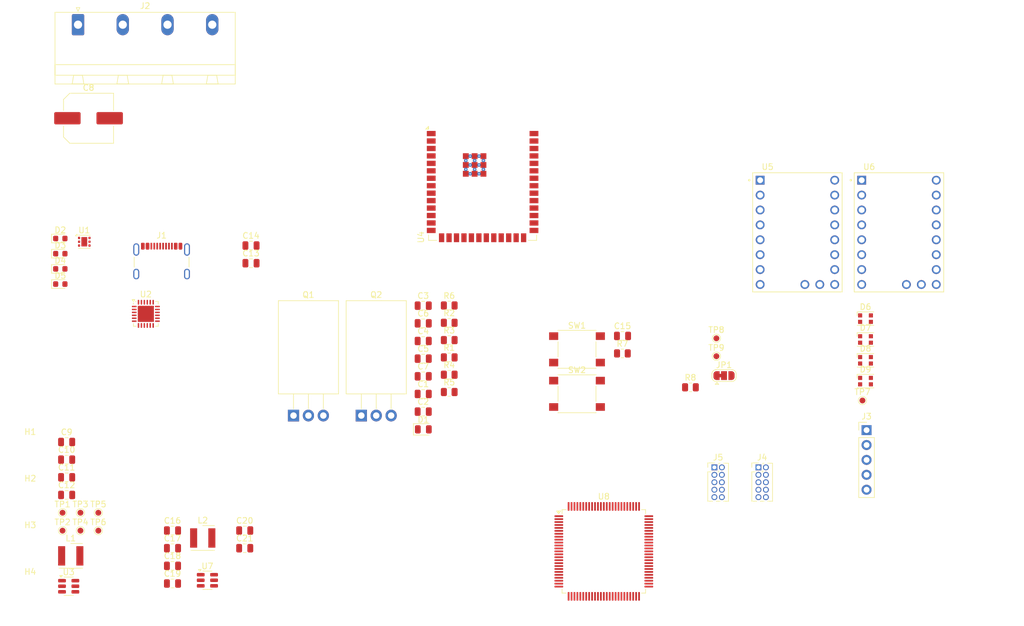
<source format=kicad_pcb>
(kicad_pcb (version 20240108) (generator "pcbnew") (generator_version "8.0")
  (layers (0 "F.Cu" signal) (1 "In1.Cu" power) (2 "In2.Cu" power) (31 "B.Cu" signal) (34 "B.Paste" user) (35 "F.Paste" user) (36 "B.SilkS" user "B.Silkscreen") (37 "F.SilkS" user "F.Silkscreen") (38 "B.Mask" user) (39 "F.Mask" user) (44 "Edge.Cuts" user))
  (net 0 "")
  (net 1 "/Powersupply_AKS/GATE")
  (net 2 "Net-(U3-SW)")
  (net 3 "GND")
  (net 4 "+3.3V")
  (net 5 "+20V")
  (net 6 "Net-(U3-BST)")
  (net 7 "VBUS")
  (net 14 "Net-(U2-ISNK_COARSE)")
  (net 15 "Net-(U2-VBUS_FET_EN)")
  (net 16 "Net-(U2-FLIP)")
  (net 17 "Net-(U2-HPI_SCL)")
  (net 18 "Net-(U2-HPI_SDA)")
  (net 19 "Net-(U2-~{HPI_INT})")
  (net 20 "Net-(U2-SAFE_PWR_EN)")
  (net 21 "Net-(U2-GPIO_1)")
  (net 46 "VCCD")
  (net 47 "VDDD")
  (net 49 "Net-(D1-K)")
  (net 50 "Net-(D1-A)")
  (net 51 "Net-(Q1-S)")
  (net 60 "/Powersupply_AKS/CC1")
  (net 61 "/Powersupply_AKS/CC2")
  (net 63 "Net-(U4-EN)")
  (net 64 "/Main Microcontroller/D-")
  (net 65 "/Main Microcontroller/D+")
  (net 68 "Net-(D6-DOUT)")
  (net 71 "Net-(D7-DOUT)")
  (net 75 "Net-(D8-DOUT)")
  (net 78 "Net-(D9-DOUT)")
  (net 94 "Net-(U5-GND-Pad1)")
  (net 102 "Net-(U6-GND-Pad1)")
  (net 127 "Net-(U8-GND-Pad11)")
  (net 133 "Net-(U8-VCC-Pad10)")
  (net 223 "Net-(JP1-C)")
  (net 224 "/Main Microcontroller/PROG_SEL")
  (net 226 "/Main Microcontroller/BOOT")
  (net 227 "Net-(U4-IO46)")
  (net 228 "Net-(U4-IO45)")
  (net 229 "Net-(U7-SW)")
  (net 230 "Net-(U7-BST)")
  (net 231 "+5V")
  (footprint "Package_TO_SOT_THT:TO-220-3_Horizontal_TabDown" (layer "F.Cu") (at 82.7365 100.642)
    (property "Reference" "Q2" (at 2.54 -20.58 0) (layer "F.SilkS"))
    (property "Value" "IRF540N")
    (pad "" np_thru_hole oval (at 2.54 -16.66) (size 3.5 3.5) (drill 3.5) (layers "*.Cu" "*.Mask"))
    (pad "1" thru_hole rect (at 0 0) (size 1.905 2) (drill 1.1) (layers "*.Cu" "*.Mask") (net 1 "/Powersupply_AKS/GATE"))
    (pad "2" thru_hole oval (at 2.54 0) (size 1.905 2) (drill 1.1) (layers "*.Cu" "*.Mask") (net 5 "+20V"))
    (pad "3" thru_hole oval (at 5.08 0) (size 1.905 2) (drill 1.1) (layers "*.Cu" "*.Mask") (net 51 "Net-(Q1-S)"))
  )
  (footprint "TestPoint:TestPoint_Pad_D1.0mm" (layer "F.Cu") (at 143.207 90.53)
    (property "Reference" "TP9" (at 0 -1.448 0) (layer "F.SilkS"))
    (property "Value" "TestPoint_Small")
    (pad "1" smd circle (at 0 0) (size 1 1) (layers "F.Cu" "F.Mask") (net 228 "Net-(U4-IO45)"))
  )
  (footprint "Capacitor_SMD:C_0805_2012Metric" (layer "F.Cu") (at 93.2765 90.942)
    (property "Reference" "C5" (at 0 -1.68 0) (layer "F.SilkS"))
    (property "Value" "1u")
    (pad "1" smd roundrect (at -0.95 0) (size 1 1.45) (layers "F.Cu" "F.Paste" "F.Mask") (net 47 "VDDD"))
    (pad "2" smd roundrect (at 0.95 0) (size 1 1.45) (layers "F.Cu" "F.Paste" "F.Mask") (net 3 "GND"))
  )
  (footprint "Package_TO_SOT_SMD:TSOT-23-6" (layer "F.Cu") (at 32.8985 129.733)
    (property "Reference" "U3" (at 0 -2.4 0) (layer "F.SilkS"))
    (property "Value" "AP63203WU")
    (pad "1" smd roundrect (at -1.1375 -0.95) (size 1.325 0.6) (layers "F.Cu" "F.Paste" "F.Mask") (net 4 "+3.3V"))
    (pad "2" smd roundrect (at -1.1375 0) (size 1.325 0.6) (layers "F.Cu" "F.Paste" "F.Mask") (net 5 "+20V"))
    (pad "3" smd roundrect (at -1.1375 0.95) (size 1.325 0.6) (layers "F.Cu" "F.Paste" "F.Mask") (net 5 "+20V"))
    (pad "4" smd roundrect (at 1.1375 0.95) (size 1.325 0.6) (layers "F.Cu" "F.Paste" "F.Mask") (net 3 "GND"))
    (pad "5" smd roundrect (at 1.1375 0) (size 1.325 0.6) (layers "F.Cu" "F.Paste" "F.Mask") (net 2 "Net-(U3-SW)"))
    (pad "6" smd roundrect (at 1.1375 -0.95) (size 1.325 0.6) (layers "F.Cu" "F.Paste" "F.Mask") (net 6 "Net-(U3-BST)"))
  )
  (footprint "TMC2209_Module:MODULE_TMC2209_SILENTSTEPSTICK" (layer "F.Cu") (at 174.303 69.414)
    (property "Reference" "U6" (at -5.075 -11.155 0) (layer "F.SilkS"))
    (property "Value" "TMC2209_SILENTSTEPSTICK")
    (pad "1" thru_hole rect (at -6.35 -8.89) (size 1.508 1.508) (drill 1) (layers "*.Cu" "*.Mask") (net 102 "Net-(U6-GND-Pad1)"))
    (pad "2" thru_hole circle (at -6.35 -6.35) (size 1.508 1.508) (drill 1) (layers "*.Cu" "*.Mask"))
    (pad "3" thru_hole circle (at -6.35 -3.81) (size 1.508 1.508) (drill 1) (layers "*.Cu" "*.Mask"))
    (pad "4" thru_hole circle (at -6.35 -1.27) (size 1.508 1.508) (drill 1) (layers "*.Cu" "*.Mask"))
    (pad "5" thru_hole circle (at -6.35 1.27) (size 1.508 1.508) (drill 1) (layers "*.Cu" "*.Mask"))
    (pad "6" thru_hole circle (at -6.35 3.81) (size 1.508 1.508) (drill 1) (layers "*.Cu" "*.Mask"))
    (pad "7" thru_hole circle (at -6.35 6.35) (size 1.508 1.508) (drill 1) (layers "*.Cu" "*.Mask") (net 102 "Net-(U6-GND-Pad1)"))
    (pad "8" thru_hole circle (at -6.35 8.89) (size 1.508 1.508) (drill 1) (layers "*.Cu" "*.Mask"))
    (pad "9" thru_hole circle (at 6.35 -8.89) (size 1.508 1.508) (drill 1) (layers "*.Cu" "*.Mask"))
    (pad "10" thru_hole circle (at 6.35 -6.35) (size 1.508 1.508) (drill 1) (layers "*.Cu" "*.Mask"))
    (pad "11" thru_hole circle (at 6.35 -3.81) (size 1.508 1.508) (drill 1) (layers "*.Cu" "*.Mask"))
    (pad "12" thru_hole circle (at 6.35 -1.27) (size 1.508 1.508) (drill 1) (layers "*.Cu" "*.Mask"))
    (pad "13" thru_hole circle (at 6.35 1.27) (size 1.508 1.508) (drill 1) (layers "*.Cu" "*.Mask"))
    (pad "14" thru_hole circle (at 6.35 3.81) (size 1.508 1.508) (drill 1) (layers "*.Cu" "*.Mask"))
    (pad "15" thru_hole circle (at 6.35 6.35) (size 1.508 1.508) (drill 1) (layers "*.Cu" "*.Mask"))
    (pad "16" thru_hole circle (at 6.35 8.89) (size 1.508 1.508) (drill 1) (layers "*.Cu" "*.Mask"))
    (pad "17" thru_hole circle (at 1.27 8.89) (size 1.508 1.508) (drill 1) (layers "*.Cu" "*.Mask"))
    (pad "18" thru_hole circle (at 3.81 8.89) (size 1.508 1.508) (drill 1) (layers "*.Cu" "*.Mask"))
  )
  (footprint "Diode_SMD:D_0805_2012Metric" (layer "F.Cu") (at 93.2965 102.997)
    (property "Reference" "D1" (at 0 -1.65 0) (layer "F.SilkS"))
    (property "Value" "gr")
    (pad "1" smd roundrect (at -0.9375 0) (size 0.975 1.4) (layers "F.Cu" "F.Paste" "F.Mask") (net 49 "Net-(D1-K)"))
    (pad "2" smd roundrect (at 0.9375 0) (size 0.975 1.4) (layers "F.Cu" "F.Paste" "F.Mask") (net 50 "Net-(D1-A)"))
  )
  (footprint "Capacitor_SMD:C_0805_2012Metric" (layer "F.Cu") (at 93.2765 87.932)
    (property "Reference" "C4" (at 0 -1.68 0) (layer "F.SilkS"))
    (property "Value" "3u3")
    (pad "1" smd roundrect (at -0.95 0) (size 1 1.45) (layers "F.Cu" "F.Paste" "F.Mask") (net 7 "VBUS"))
    (pad "2" smd roundrect (at 0.95 0) (size 1 1.45) (layers "F.Cu" "F.Paste" "F.Mask") (net 3 "GND"))
  )
  (footprint "Inductor_SMD_Wurth:L_Wurth_WE-LQSH-4020" (layer "F.Cu") (at 33.2485 124.558)
    (property "Reference" "L1" (at 0 -3 0) (layer "F.SilkS"))
    (property "Value" "3u9")
    (pad "1" smd rect (at -1.55 0) (size 1.2 3.3) (layers "F.Cu" "F.Paste" "F.Mask") (net 2 "Net-(U3-SW)"))
    (pad "2" smd rect (at 1.55 0) (size 1.2 3.3) (layers "F.Cu" "F.Paste" "F.Mask") (net 4 "+3.3V"))
  )
  (footprint "TestPoint:TestPoint_Pad_D1.0mm" (layer "F.Cu") (at 34.8985 117.208)
    (property "Reference" "TP3" (at 0 -1.448 0) (layer "F.SilkS"))
    (property "Value" "TestPoint_Small")
    (pad "1" smd circle (at 0 0) (size 1 1) (layers "F.Cu" "F.Mask") (net 18 "Net-(U2-HPI_SDA)"))
  )
  (footprint "Capacitor_SMD:C_0805_2012Metric" (layer "F.Cu") (at 32.5485 105.148)
    (property "Reference" "C9" (at 0 -1.68 0) (layer "F.SilkS"))
    (property "Value" "100n")
    (pad "1" smd roundrect (at -0.95 0) (size 1 1.45) (layers "F.Cu" "F.Paste" "F.Mask") (net 2 "Net-(U3-SW)"))
    (pad "2" smd roundrect (at 0.95 0) (size 1 1.45) (layers "F.Cu" "F.Paste" "F.Mask") (net 6 "Net-(U3-BST)"))
  )
  (footprint "Capacitor_SMD:C_0805_2012Metric" (layer "F.Cu") (at 62.8775 123.25)
    (property "Reference" "C21" (at 0 -1.68 0) (layer "F.SilkS"))
    (property "Value" "100n")
    (pad "1" smd roundrect (at -0.95 0) (size 1 1.45) (layers "F.Cu" "F.Paste" "F.Mask"))
    (pad "2" smd roundrect (at 0.95 0) (size 1 1.45) (layers "F.Cu" "F.Paste" "F.Mask"))
  )
  (footprint "Resistor_SMD:R_0805_2012Metric" (layer "F.Cu") (at 97.7065 90.732)
    (property "Reference" "R1" (at 0 -1.65 0) (layer "F.SilkS"))
    (property "Value" "5k1")
    (pad "1" smd roundrect (at -0.9125 0) (size 1.025 1.4) (layers "F.Cu" "F.Paste" "F.Mask") (roundrect_rratio 0.243902) (net 47 "VDDD"))
    (pad "2" smd roundrect (at 0.9125 0) (size 1.025 1.4) (layers "F.Cu" "F.Paste" "F.Mask") (roundrect_rratio 0.243902) (net 14 "Net-(U2-ISNK_COARSE)"))
  )
  (footprint "Capacitor_SMD:C_0805_2012Metric" (layer "F.Cu") (at 93.2765 99.972)
    (property "Reference" "C2" (at 0 -1.68 0) (layer "F.SilkS"))
    (property "Value" "1u")
    (pad "1" smd roundrect (at -0.95 0) (size 1 1.45) (layers "F.Cu" "F.Paste" "F.Mask") (net 5 "+20V"))
    (pad "2" smd roundrect (at 0.95 0) (size 1 1.45) (layers "F.Cu" "F.Paste" "F.Mask") (net 1 "/Powersupply_AKS/GATE"))
  )
  (footprint "LED_SMD:LED_WS2812B-2020_PLCC4_2.0x2.0mm" (layer "F.Cu") (at 168.603 87.674)
    (property "Reference" "D7" (at 0 -2 0) (layer "F.SilkS"))
    (property "Value" "WS2812B-2020")
    (pad "1" smd rect (at -0.915 -0.55) (size 0.7 0.7) (layers "F.Cu" "F.Paste" "F.Mask") (net 71 "Net-(D7-DOUT)"))
    (pad "2" smd rect (at -0.915 0.55) (size 0.7 0.7) (layers "F.Cu" "F.Paste" "F.Mask"))
    (pad "3" smd rect (at 0.915 0.55) (size 0.7 0.7) (layers "F.Cu" "F.Paste" "F.Mask") (net 68 "Net-(D6-DOUT)"))
    (pad "4" smd rect (at 0.915 -0.55) (size 0.7 0.7) (layers "F.Cu" "F.Paste" "F.Mask"))
  )
  (footprint "Capacitor_SMD:C_0805_2012Metric" (layer "F.Cu") (at 50.5775 126.26)
    (property "Reference" "C18" (at 0 -1.68 0) (layer "F.SilkS"))
    (property "Value" "22u")
    (pad "1" smd roundrect (at -0.95 0) (size 1 1.45) (layers "F.Cu" "F.Paste" "F.Mask") (net 231 "+5V"))
    (pad "2" smd roundrect (at 0.95 0) (size 1 1.45) (layers "F.Cu" "F.Paste" "F.Mask") (net 3 "GND"))
  )
  (footprint "TestPoint:TestPoint_Pad_D1.0mm" (layer "F.Cu") (at 37.9485 117.208)
    (property "Reference" "TP5" (at 0 -1.448 0) (layer "F.SilkS"))
    (property "Value" "TestPoint_Small")
    (pad "1" smd circle (at 0 0) (size 1 1) (layers "F.Cu" "F.Mask") (net 20 "Net-(U2-SAFE_PWR_EN)"))
  )
  (footprint "Diode_SMD:D_0603_1608Metric" (layer "F.Cu") (at 31.4705 75.642)
    (property "Reference" "D4" (at 0 -1.43 0) (layer "F.SilkS"))
    (property "Value" "D_TVS")
    (pad "1" smd roundrect (at -0.7875 0) (size 0.875 0.95) (layers "F.Cu" "F.Paste" "F.Mask") (net 3 "GND"))
    (pad "2" smd roundrect (at 0.7875 0) (size 0.875 0.95) (layers "F.Cu" "F.Paste" "F.Mask") (net 64 "/Main Microcontroller/D-"))
  )
  (footprint "Button_Switch_SMD:SW_Push_1P1T_NO_6x6mm_H9.5mm" (layer "F.Cu") (at 119.469 89.357)
    (property "Reference" "SW1" (at 0 -4.05 0) (layer "F.SilkS"))
    (property "Value" "SW_Push")
    (pad "1" smd rect (at -3.975 -2.25) (size 1.55 1.3) (layers "F.Cu" "F.Paste" "F.Mask") (net 226 "/Main Microcontroller/BOOT"))
    (pad "1" smd rect (at 3.975 -2.25) (size 1.55 1.3) (layers "F.Cu" "F.Paste" "F.Mask") (net 226 "/Main Microcontroller/BOOT"))
    (pad "2" smd rect (at -3.975 2.25) (size 1.55 1.3) (layers "F.Cu" "F.Paste" "F.Mask") (net 3 "GND"))
    (pad "2" smd rect (at 3.975 2.25) (size 1.55 1.3) (layers "F.Cu" "F.Paste" "F.Mask") (net 3 "GND"))
  )
  (footprint "Diode_SMD:D_0603_1608Metric" (layer "F.Cu") (at 31.4705 70.462)
    (property "Reference" "D2" (at 0 -1.43 0) (layer "F.SilkS"))
    (property "Value" "D_TVS")
    (pad "1" smd roundrect (at -0.7875 0) (size 0.875 0.95) (layers "F.Cu" "F.Paste" "F.Mask") (net 3 "GND"))
    (pad "2" smd roundrect (at 0.7875 0) (size 0.875 0.95) (layers "F.Cu" "F.Paste" "F.Mask") (net 60 "/Powersupply_AKS/CC1"))
  )
  (footprint "Package_SON:WSON-6-1EP_2x2mm_P0.65mm_EP1x1.6mm" (layer "F.Cu") (at 35.5555 71.017)
    (property "Reference" "U1" (at 0 -1.95 0) (layer "F.SilkS"))
    (property "Value" "TVS220x")
    (pad "1" smd roundrect (at -0.8875 -0.65) (size 0.375 0.4) (layers "F.Cu" "F.Paste" "F.Mask") (net 3 "GND"))
    (pad "2" smd roundrect (at -0.8875 0) (size 0.375 0.4) (layers "F.Cu" "F.Paste" "F.Mask") (net 3 "GND"))
    (pad "3" smd roundrect (at -0.8875 0.65) (size 0.375 0.4) (layers "F.Cu" "F.Paste" "F.Mask") (net 3 "GND"))
    (pad "4" smd roundrect (at 0.8875 0.65) (size 0.375 0.4) (layers "F.Cu" "F.Paste" "F.Mask") (net 7 "VBUS"))
    (pad "5" smd roundrect (at 0.8875 0) (size 0.375 0.4) (layers "F.Cu" "F.Paste" "F.Mask") (net 7 "VBUS"))
    (pad "6" smd roundrect (at 0.8875 -0.65) (size 0.375 0.4) (layers "F.Cu" "F.Paste" "F.Mask") (net 7 "VBUS"))
    (pad "7" smd rect (at 0 0) (size 1 1.6) (property pad_prop_heatsink) (layers "F.Cu" "F.Mask") (net 3 "GND"))
  )
  (footprint "LED_SMD:LED_WS2812B-2020_PLCC4_2.0x2.0mm" (layer "F.Cu") (at 168.603 91.224)
    (property "Reference" "D8" (at 0 -2 0) (layer "F.SilkS"))
    (property "Value" "WS2812B-2020")
    (pad "1" smd rect (at -0.915 -0.55) (size 0.7 0.7) (layers "F.Cu" "F.Paste" "F.Mask") (net 75 "Net-(D8-DOUT)"))
    (pad "2" smd rect (at -0.915 0.55) (size 0.7 0.7) (layers "F.Cu" "F.Paste" "F.Mask"))
    (pad "3" smd rect (at 0.915 0.55) (size 0.7 0.7) (layers "F.Cu" "F.Paste" "F.Mask") (net 71 "Net-(D7-DOUT)"))
    (pad "4" smd rect (at 0.915 -0.55) (size 0.7 0.7) (layers "F.Cu" "F.Paste" "F.Mask"))
  )
  (footprint "TestPoint:TestPoint_Pad_D1.0mm" (layer "F.Cu") (at 168.083 98.074)
    (property "Reference" "TP7" (at 0 -1.448 0) (layer "F.SilkS"))
    (property "Value" "TestPoint_Small")
    (pad "1" smd circle (at 0 0) (size 1 1) (layers "F.Cu" "F.Mask") (net 78 "Net-(D9-DOUT)"))
  )
  (footprint "Package_TO_SOT_THT:TO-220-3_Horizontal_TabDown" (layer "F.Cu") (at 71.1865 100.642)
    (property "Reference" "Q1" (at 2.54 -20.58 0) (layer "F.SilkS"))
    (property "Value" "IRF540N")
    (pad "" np_thru_hole oval (at 2.54 -16.66) (size 3.5 3.5) (drill 3.5) (layers "*.Cu" "*.Mask"))
    (pad "1" thru_hole rect (at 0 0) (size 1.905 2) (drill 1.1) (layers "*.Cu" "*.Mask") (net 1 "/Powersupply_AKS/GATE"))
    (pad "2" thru_hole oval (at 2.54 0) (size 1.905 2) (drill 1.1) (layers "*.Cu" "*.Mask") (net 7 "VBUS"))
    (pad "3" thru_hole oval (at 5.08 0) (size 1.905 2) (drill 1.1) (layers "*.Cu" "*.Mask") (net 51 "Net-(Q1-S)"))
  )
  (footprint "Capacitor_SMD:C_0805_2012Metric" (layer "F.Cu") (at 93.2765 84.922)
    (property "Reference" "C6" (at 0 -1.68 0) (layer "F.SilkS"))
    (property "Value" "100n")
    (pad "1" smd roundrect (at -0.95 0) (size 1 1.45) (layers "F.Cu" "F.Paste" "F.Mask") (net 47 "VDDD"))
    (pad "2" smd roundrect (at 0.95 0) (size 1 1.45) (layers "F.Cu" "F.Paste" "F.Mask") (net 3 "GND"))
  )
  (footprint "MountingHole:MountingHole_3.2mm_M3" (layer "F.Cu") (at 26.3485 115.568)
    (property "Reference" "H2" (at 0 -4.2 0) (layer "F.SilkS"))
    (property "Value" "MountingHole")
    (pad "" np_thru_hole circle (at 0 0) (size 3.2 3.2) (drill 3.2) (layers "*.Cu" "*.Mask"))
  )
  (footprint "Connector_USB:USB_C_Receptacle_GCT_USB4105-xx-A_16P_TopMnt_Horizontal" (layer "F.Cu") (at 48.727 75.446)
    (property "Reference" "J1" (at 0 -5.5 0) (layer "F.SilkS"))
    (property "Value" "USB_C_Receptacle_USB2.0_16P")
    (pad "" np_thru_hole circle (at -2.89 -2.605) (size 0.65 0.65) (drill 0.65) (layers "F&B.Cu" "*.Mask"))
    (pad "" np_thru_hole circle (at 2.89 -2.605) (size 0.65 0.65) (drill 0.65) (layers "F&B.Cu" "*.Mask"))
    (pad "A1" smd roundrect (at -3.2 -3.68) (size 0.6 1.15) (layers "F.Cu" "F.Paste" "F.Mask") (net 3 "GND"))
    (pad "A4" smd roundrect (at -2.4 -3.68) (size 0.6 1.15) (layers "F.Cu" "F.Paste" "F.Mask") (net 7 "VBUS"))
    (pad "A5" smd roundrect (at -1.25 -3.68) (size 0.3 1.15) (layers "F.Cu" "F.Paste" "F.Mask") (net 60 "/Powersupply_AKS/CC1"))
    (pad "A6" smd roundrect (at -0.25 -3.68) (size 0.3 1.15) (layers "F.Cu" "F.Paste" "F.Mask") (net 65 "/Main Microcontroller/D+"))
    (pad "A7" smd roundrect (at 0.25 -3.68) (size 0.3 1.15) (layers "F.Cu" "F.Paste" "F.Mask") (net 64 "/Main Microcontroller/D-"))
    (pad "A8" smd roundrect (at 1.25 -3.68) (size 0.3 1.15) (layers "F.Cu" "F.Paste" "F.Mask"))
    (pad "A9" smd roundrect (at 2.4 -3.68) (size 0.6 1.15) (layers "F.Cu" "F.Paste" "F.Mask") (net 7 "VBUS"))
    (pad "A12" smd roundrect (at 3.2 -3.68) (size 0.6 1.15) (layers "F.Cu" "F.Paste" "F.Mask") (net 3 "GND"))
    (pad "B1" smd roundrect (at 3.2 -3.68) (size 0.6 1.15) (layers "F.Cu" "F.Paste" "F.Mask") (net 3 "GND"))
    (pad "B4" smd roundrect (at 2.4 -3.68) (size 0.6 1.15) (layers "F.Cu" "F.Paste" "F.Mask") (net 7 "VBUS"))
    (pad "B5" smd roundrect (at 1.75 -3.68) (size 0.3 1.15) (layers "F.Cu" "F.Paste" "F.Mask") (net 61 "/Powersupply_AKS/CC2"))
    (pad "B6" smd roundrect (at 0.75 -3.68) (size 0.3 1.15) (layers "F.Cu" "F.Paste" "F.Mask") (net 65 "/Main Microcontroller/D+"))
    (pad "B7" smd roundrect (at -0.75 -3.68) (size 0.3 1.15) (layers "F.Cu" "F.Paste" "F.Mask") (net 64 "/Main Microcontroller/D-"))
    (pad "B8" smd roundrect (at -1.75 -3.68) (size 0.3 1.15) (layers "F.Cu" "F.Paste" "F.Mask"))
    (pad "B9" smd roundrect (at -2.4 -3.68) (size 0.6 1.15) (layers "F.Cu" "F.Paste" "F.Mask") (net 7 "VBUS"))
    (pad "B12" smd roundrect (at -3.2 -3.68) (size 0.6 1.15) (layers "F.Cu" "F.Paste" "F.Mask") (net 3 "GND"))
    (pad "S1" thru_hole oval (at -4.32 -3.105) (size 1 2.1) (drill oval 0.6 1.7) (layers "*.Cu" "*.Mask" "F.Paste"))
    (pad "S1" thru_hole oval (at -4.32 1.075) (size 1 1.8) (drill oval 0.6 1.4) (layers "*.Cu" "*.Mask" "F.Paste"))
    (pad "S1" thru_hole oval (at 4.32 -3.105) (size 1 2.1) (drill oval 0.6 1.7) (layers "*.Cu" "*.Mask" "F.Paste"))
    (pad "S1" thru_hole oval (at 4.32 1.075) (size 1 1.8) (drill oval 0.6 1.4) (layers "*.Cu" "*.Mask" "F.Paste"))
  )
  (footprint "Capacitor_SMD:C_0805_2012Metric" (layer "F.Cu") (at 63.947 74.676)
    (property "Reference" "C13" (at 0 -1.68 0) (layer "F.SilkS"))
    (property "Value" "22u")
    (pad "1" smd roundrect (at -0.95 0) (size 1 1.45) (layers "F.Cu" "F.Paste" "F.Mask") (net 4 "+3.3V"))
    (pad "2" smd roundrect (at 0.95 0) (size 1 1.45) (layers "F.Cu" "F.Paste" "F.Mask") (net 3 "GND"))
  )
  (footprint "Package_TO_SOT_SMD:TSOT-23-6" (layer "F.Cu") (at 56.5205 128.717)
    (property "Reference" "U7" (at 0 -2.4 0) (layer "F.SilkS"))
    (property "Value" "AP63205WU")
    (pad "1" smd roundrect (at -1.1375 -0.95) (size 1.325 0.6) (layers "F.Cu" "F.Paste" "F.Mask") (net 231 "+5V"))
    (pad "2" smd roundrect (at -1.1375 0) (size 1.325 0.6) (layers "F.Cu" "F.Paste" "F.Mask") (net 5 "+20V"))
    (pad "3" smd roundrect (at -1.1375 0.95) (size 1.325 0.6) (layers "F.Cu" "F.Paste" "F.Mask") (net 5 "+20V"))
    (pad "4" smd roundrect (at 1.1375 0.95) (size 1.325 0.6) (layers "F.Cu" "F.Paste" "F.Mask") (net 3 "GND"))
    (pad "5" smd roundrect (at 1.1375 0) (size 1.325 0.6) (layers "F.Cu" "F.Paste" "F.Mask") (net 229 "Net-(U7-SW)"))
    (pad "6" smd roundrect (at 1.1375 -0.95) (size 1.325 0.6) (layers "F.Cu" "F.Paste" "F.Mask") (net 230 "Net-(U7-BST)"))
  )
  (footprint "Capacitor_SMD:C_0805_2012Metric" (layer "F.Cu") (at 32.5485 114.178)
    (property "Reference" "C12" (at 0 -1.68 0) (layer "F.SilkS"))
    (property "Value" "22u")
    (pad "1" smd roundrect (at -0.95 0) (size 1 1.45) (layers "F.Cu" "F.Paste" "F.Mask") (net 4 "+3.3V"))
    (pad "2" smd roundrect (at 0.95 0) (size 1 1.45) (layers "F.Cu" "F.Paste" "F.Mask") (net 3 "GND"))
  )
  (footprint "Diode_SMD:D_0603_1608Metric" (layer "F.Cu") (at 31.4705 78.232)
    (property "Reference" "D5" (at 0 -1.43 0) (layer "F.SilkS"))
    (property "Value" "D_TVS")
    (pad "1" smd roundrect (at -0.7875 0) (size 0.875 0.95) (layers "F.Cu" "F.Paste" "F.Mask") (net 3 "GND"))
    (pad "2" smd roundrect (at 0.7875 0) (size 0.875 0.95) (layers "F.Cu" "F.Paste" "F.Mask") (net 65 "/Main Microcontroller/D+"))
  )
  (footprint "RF_Module:ESP32-S3-WROOM-2" (layer "F.Cu") (at 103.391 57.838)
    (property "Reference" "U4" (at -10.5 13.5 90) (layer "F.SilkS") (effects (justify left)))
    (property "Value" "ESP32-S3-WROOM-2")
    (pad "1" smd rect (at -8.75 -5.26) (size 1.5 0.9) (layers "F.Cu" "F.Paste" "F.Mask") (net 3 "GND"))
    (pad "2" smd rect (at -8.75 -3.99) (size 1.5 0.9) (layers "F.Cu" "F.Paste" "F.Mask") (net 4 "+3.3V"))
    (pad "3" smd rect (at -8.75 -2.72) (size 1.5 0.9) (layers "F.Cu" "F.Paste" "F.Mask") (net 63 "Net-(U4-EN)"))
    (pad "4" smd rect (at -8.75 -1.45) (size 1.5 0.9) (layers "F.Cu" "F.Paste" "F.Mask"))
    (pad "5" smd rect (at -8.75 -0.18) (size 1.5 0.9) (layers "F.Cu" "F.Paste" "F.Mask"))
    (pad "6" smd rect (at -8.75 1.09) (size 1.5 0.9) (layers "F.Cu" "F.Paste" "F.Mask"))
    (pad "7" smd rect (at -8.75 2.36) (size 1.5 0.9) (layers "F.Cu" "F.Paste" "F.Mask"))
    (pad "8" smd rect (at -8.75 3.63) (size 1.5 0.9) (layers "F.Cu" "F.Paste" "F.Mask"))
    (pad "9" smd rect (at -8.75 4.9) (size 1.5 0.9) (layers "F.Cu" "F.Paste" "F.Mask"))
    (pad "10" smd rect (at -8.75 6.17) (size 1.5 0.9) (layers "F.Cu" "F.Paste" "F.Mask"))
    (pad "11" smd rect (at -8.75 7.44) (size 1.5 0.9) (layers "F.Cu" "F.Paste" "F.Mask"))
    (pad "12" smd rect (at -8.75 8.71) (size 1.5 0.9) (layers "F.Cu" "F.Paste" "F.Mask"))
    (pad "13" smd rect (at -8.75 9.98) (size 1.5 0.9) (layers "F.Cu" "F.Paste" "F.Mask") (net 64 "/Main Microcontroller/D-"))
    (pad "14" smd rect (at -8.75 11.25) (size 1.5 0.9) (layers "F.Cu" "F.Paste" "F.Mask") (net 65 "/Main Microcontroller/D+"))
    (pad "15" smd rect (at -6.985 12.5 90) (size 1.5 0.9) (layers "F.Cu" "F.Paste" "F.Mask") (net 224 "/Main Microcontroller/PROG_SEL"))
    (pad "16" smd rect (at -5.715 12.5 90) (size 1.5 0.9) (layers "F.Cu" "F.Paste" "F.Mask") (net 227 "Net-(U4-IO46)"))
    (pad "17" smd rect (at -4.445 12.5 90) (size 1.5 0.9) (layers "F.Cu" "F.Paste" "F.Mask"))
    (pad "18" smd rect (at -3.175 12.5 90) (size 1.5 0.9) (layers "F.Cu" "F.Paste" "F.Mask"))
    (pad "19" smd rect (at -1.905 12.5 90) (size 1.5 0.9) (layers "F.Cu" "F.Paste" "F.Mask"))
    (pad "20" smd rect (at -0.635 12.5 90) (size 1.5 0.9) (layers "F.Cu" "F.Paste" "F.Mask"))
    (pad "21" smd rect (at 0.635 12.5 90) (size 1.5 0.9) (layers "F.Cu" "F.Paste" "F.Mask"))
    (pad "22" smd rect (at 1.905 12.5 90) (size 1.5 0.9) (layers "F.Cu" "F.Paste" "F.Mask"))
    (pad "23" smd rect (at 3.175 12.5 90) (size 1.5 0.9) (layers "F.Cu" "F.Paste" "F.Mask"))
    (pad "24" smd rect (at 4.445 12.5 90) (size 1.5 0.9) (layers "F.Cu" "F.Paste" "F.Mask"))
    (pad "25" smd rect (at 5.715 12.5 90) (size 1.5 0.9) (layers "F.Cu" "F.Paste" "F.Mask"))
    (pad "26" smd rect (at 6.985 12.5 90) (size 1.5 0.9) (layers "F.Cu" "F.Paste" "F.Mask") (net 228 "Net-(U4-IO45)"))
    (pad "27" smd rect (at 8.75 11.25) (size 1.5 0.9) (layers "F.Cu" "F.Paste" "F.Mask") (net 226 "/Main Microcontroller/BOOT"))
    (pad "28" smd rect (at 8.75 9.98) (size 1.5 0.9) (layers "F.Cu" "F.Paste" "F.Mask"))
    (pad "29" smd rect (at 8.75 8.71) (size 1.5 0.9) (layers "F.Cu" "F.Paste" "F.Mask"))
    (pad "30" smd rect (at 8.75 7.44) (size 1.5 0.9) (layers "F.Cu" "F.Paste" "F.Mask"))
    (pad "31" smd rect (at 8.75 6.17) (size 1.5 0.9) (layers "F.Cu" "F.Paste" "F.Mask"))
    (pad "32" smd rect (at 8.75 4.9) (size 1.5 0.9) (layers "F.Cu" "F.Paste" "F.Mask"))
    (pad "33" smd rect (at 8.75 3.63) (size 1.5 0.9) (layers "F.Cu" "F.Paste" "F.Mask"))
    (pad "34" smd rect (at 8.75 2.36) (size 1.5 0.9) (layers "F.Cu" "F.Paste" "F.Mask"))
    (pad "35" smd rect (at 8.75 1.09) (size 1.5 0.9) (layers "F.Cu" "F.Paste" "F.Mask"))
    (pad "36" smd rect (at 8.75 -0.18) (size 1.5 0.9) (layers "F.Cu" "F.Paste" "F.Mask"))
    (pad "37" smd rect (at 8.75 -1.45) (size 1.5 0.9) (layers "F.Cu" "F.Paste" "F.Mask"))
    (pad "38" smd rect (at 8.75 -2.72) (size 1.5 0.9) (layers "F.Cu" "F.Paste" "F.Mask"))
    (pad "39" smd rect (at 8.75 -3.99) (size 1.5 0.9) (layers "F.Cu" "F.Paste" "F.Mask"))
    (pad "40" smd rect (at 8.75 -5.26) (size 1.5 0.9) (layers "F.Cu" "F.Paste" "F.Mask") (net 3 "GND"))
    (pad "41" smd rect (at -2.86 -1.41) (size 1 1) (layers "F.Cu" "F.Paste" "F.Mask") (net 3 "GND"))
    (pad "41" thru_hole circle (at -2.86 -0.66) (size 0.6 0.6) (drill 0.2) (layers "*.Cu" "*.Mask") (net 3 "GND"))
    (pad "41" smd rect (at -2.86 0.09) (size 1 1) (layers "F.Cu" "F.Paste" "F.Mask") (net 3 "GND"))
    (pad "41" thru_hole circle (at -2.86 0.84) (size 0.6 0.6) (drill 0.2) (layers "*.Cu" "*.Mask") (net 3 "GND"))
    (pad "41" smd rect (at -2.86 1.59) (size 1 1) (layers "F.Cu" "F.Paste" "F.Mask") (net 3 "GND"))
    (pad "41" thru_hole circle (at -2.11 -1.41) (size 0.6 0.6) (drill 0.2) (layers "*.Cu" "*.Mask") (net 3 "GND"))
    (pad "41" thru_hole circle (at -2.11 0.09) (size 0.6 0.6) (drill 0.2) (layers "*.Cu" "*.Mask") (net 3 "GND"))
    (pad "41" thru_hole circle (at -2.11 1.59) (size 0.6 0.6) (drill 0.2) (layers "*.Cu" "*.Mask") (net 3 "GND"))
    (pad "41" smd rect (at -1.36 -1.41) (size 1 1) (layers "F.Cu" "F.Paste" "F.Mask") (net 3 "GND"))
    (pad "41" thru_hole circle (at -1.36 -0.66) (size 0.6 0.6) (drill 0.2) (layers "*.Cu" "*.Mask") (net 3 "GND"))
    (pad "41" smd rect (at -1.36 0.09) (size 1 1) (layers "F.Cu" "F.Paste" "F.Mask") (net 3 "GND"))
    (pad "41" thru_hole circle (at -1.36 0.84) (size 0.6 0.6) (drill 0.2) (layers "*.Cu" "*.Mask") (net 3 "GND"))
    (pad "41" smd rect (at -1.36 1.59) (size 1 1) (layers "F.Cu" "F.Paste" "F.Mask") (net 3 "GND"))
    (pad "41" thru_hole circle (at -0.61 -1.41) (size 0.6 0.6) (drill 0.2) (layers "*.Cu" "*.Mask") (net 3 "GND"))
    (pad "41" thru_hole circle (at -0.61 0.09) (size 0.6 0.6) (drill 0.2) (layers "*.Cu" "*.Mask") (net 3 "GND"))
    (pad "41" thru_hole circle (at -0.61 1.59) (size 0.6 0.6) (drill 0.2) (layers "*.Cu" "*.Mask") (net 3 "GND"))
    (pad "41" smd rect (at 0.14 -1.41) (size 1 1) (layers "F.Cu" "F.Paste" "F.Mask") (net 3 "GND"))
    (pad "41" thru_hole circle (at 0.14 -0.66) (size 0.6 0.6) (drill 0.2) (layers "*.Cu" "*.Mask") (net 3 "GND"))
    (pad "41" smd rect (at 0.14 0.09) (size 1 1) (layers "F.Cu" "F.Paste" "F.Mask") (net 3 "GND"))
    (pad "41" thru_hole circle (at 0.14 0.84) (size 0.6 0.6) (drill 0.2) (layers "*.Cu" "*.Mask") (net 3 "GND"))
    (pad "41" smd rect (at 0.14 1.59) (size 1 1) (layers "F.Cu" "F.Paste" "F.Mask") (net 3 "GND"))
  )
  (footprint "TestPoint:TestPoint_Pad_D1.0mm" (layer "F.Cu") (at 143.207 87.48)
    (property "Reference" "TP8" (at 0 -1.448 0) (layer "F.SilkS"))
    (property "Value" "TestPoint_Small")
    (pad "1" smd circle (at 0 0) (size 1 1) (layers "F.Cu" "F.Mask") (net 227 "Net-(U4-IO46)"))
  )
  (footprint "MountingHole:MountingHole_3.2mm_M3" (layer "F.Cu") (at 26.3485 123.518)
    (property "Reference" "H3" (at 0 -4.2 0) (layer "F.SilkS"))
    (property "Value" "MountingHole")
    (pad "" np_thru_hole circle (at 0 0) (size 3.2 3.2) (drill 3.2) (layers "*.Cu" "*.Mask"))
  )
  (footprint "Capacitor_SMD:C_0805_2012Metric" (layer "F.Cu") (at 93.2765 93.952)
    (property "Reference" "C7" (at 0 -1.68 0) (layer "F.SilkS"))
    (property "Value" "100n")
    (pad "1" smd roundrect (at -0.95 0) (size 1 1.45) (layers "F.Cu" "F.Paste" "F.Mask") (net 47 "VDDD"))
    (pad "2" smd roundrect (at 0.95 0) (size 1 1.45) (layers "F.Cu" "F.Paste" "F.Mask") (net 3 "GND"))
  )
  (footprint "Capacitor_SMD:C_0805_2012Metric" (layer "F.Cu") (at 62.8775 120.24)
    (property "Reference" "C20" (at 0 -1.68 0) (layer "F.SilkS"))
    (property "Value" "22u")
    (pad "1" smd roundrect (at -0.95 0) (size 1 1.45) (layers "F.Cu" "F.Paste" "F.Mask"))
    (pad "2" smd roundrect (at 0.95 0) (size 1 1.45) (layers "F.Cu" "F.Paste" "F.Mask"))
  )
  (footprint "Resistor_SMD:R_0805_2012Metric" (layer "F.Cu") (at 127.199 90.052)
    (property "Reference" "R7" (at 0 -1.65 0) (layer "F.SilkS"))
    (property "Value" "10k")
    (pad "1" smd roundrect (at -0.9125 0) (size 1.025 1.4) (layers "F.Cu" "F.Paste" "F.Mask") (roundrect_rratio 0.243902) (net 4 "+3.3V"))
    (pad "2" smd roundrect (at 0.9125 0) (size 1.025 1.4) (layers "F.Cu" "F.Paste" "F.Mask") (roundrect_rratio 0.243902) (net 63 "Net-(U4-EN)"))
  )
  (footprint "TestPoint:TestPoint_Pad_D1.0mm" (layer "F.Cu") (at 31.8485 120.258)
    (property "Reference" "TP2" (at 0 -1.448 0) (layer "F.SilkS"))
    (property "Value" "TestPoint_Small")
    (pad "1" smd circle (at 0 0) (size 1 1) (layers "F.Cu" "F.Mask") (net 17 "Net-(U2-HPI_SCL)"))
  )
  (footprint "Capacitor_SMD:C_0805_2012Metric" (layer "F.Cu") (at 127.219 87.072)
    (property "Reference" "C15" (at 0 -1.68 0) (layer "F.SilkS"))
    (property "Value" "1u")
    (pad "1" smd roundrect (at -0.95 0) (size 1 1.45) (layers "F.Cu" "F.Paste" "F.Mask") (net 63 "Net-(U4-EN)"))
    (pad "2" smd roundrect (at 0.95 0) (size 1 1.45) (layers "F.Cu" "F.Paste" "F.Mask") (net 3 "GND"))
  )
  (footprint "LED_SMD:LED_WS2812B-2020_PLCC4_2.0x2.0mm" (layer "F.Cu") (at 168.603 94.774)
    (property "Reference" "D9" (at 0 -2 0) (layer "F.SilkS"))
    (property "Value" "WS2812B-2020")
    (pad "1" smd rect (at -0.915 -0.55) (size 0.7 0.7) (layers "F.Cu" "F.Paste" "F.Mask") (net 78 "Net-(D9-DOUT)"))
    (pad "2" smd rect (at -0.915 0.55) (size 0.7 0.7) (layers "F.Cu" "F.Paste" "F.Mask"))
    (pad "3" smd rect (at 0.915 0.55) (size 0.7 0.7) (layers "F.Cu" "F.Paste" "F.Mask") (net 75 "Net-(D8-DOUT)"))
    (pad "4" smd rect (at 0.915 -0.55) (size 0.7 0.7) (layers "F.Cu" "F.Paste" "F.Mask"))
  )
  (footprint "Resistor_SMD:R_0805_2012Metric" (layer "F.Cu") (at 138.787 95.83)
    (property "Reference" "R8" (at 0 -1.65 0) (layer "F.SilkS"))
    (property "Value" "10k")
    (pad "1" smd roundrect (at -0.9125 0) (size 1.025 1.4) (layers "F.Cu" "F.Paste" "F.Mask") (roundrect_rratio 0.243902) (net 223 "Net-(JP1-C)"))
    (pad "2" smd roundrect (at 0.9125 0) (size 1.025 1.4) (layers "F.Cu" "F.Paste" "F.Mask") (roundrect_rratio 0.243902) (net 224 "/Main Microcontroller/PROG_SEL"))
  )
  (footprint "TestPoint:TestPoint_Pad_D1.0mm" (layer "F.Cu") (at 34.8985 120.258)
    (property "Reference" "TP4" (at 0 -1.448 0) (layer "F.SilkS"))
    (property "Value" "TestPoint_Small")
    (pad "1" smd circle (at 0 0) (size 1 1) (layers "F.Cu" "F.Mask") (net 19 "Net-(U2-~{HPI_INT})"))
  )
  (footprint "Capacitor_SMD:C_Elec_8x10.2" (layer "F.Cu") (at 36.278 49.967)
    (property "Reference" "C8" (at 0 -5.2 0) (layer "F.SilkS"))
    (property "Value" "470u")
    (pad "1" smd roundrect (at -3.6 0) (size 4.5 2.1) (layers "F.Cu" "F.Paste" "F.Mask") (roundrect_rratio 0.119048) (net 5 "+20V"))
    (pad "2" smd roundrect (at 3.6 0) (size 4.5 2.1) (layers "F.Cu" "F.Paste" "F.Mask") (roundrect_rratio 0.119048) (net 3 "GND"))
  )
  (footprint "Inductor_SMD_Wurth:L_Wurth_WE-LQSH-4020" (layer "F.Cu") (at 55.7275 121.51)
    (property "Reference" "L2" (at 0 -3 0) (layer "F.SilkS"))
    (property "Value" "4u7")
    (pad "1" smd rect (at -1.55 0) (size 1.2 3.3) (layers "F.Cu" "F.Paste" "F.Mask") (net 229 "Net-(U7-SW)"))
    (pad "2" smd rect (at 1.55 0) (size 1.2 3.3) (layers "F.Cu" "F.Paste" "F.Mask") (net 231 "+5V"))
  )
  (footprint "Resistor_SMD:R_0805_2012Metric" (layer "F.Cu") (at 97.7065 87.782)
    (property "Reference" "R3" (at 0 -1.65 0) (layer "F.SilkS"))
    (property "Value" "50k")
    (pad "1" smd roundrect (at -0.9125 0) (size 1.025 1.4) (layers "F.Cu" "F.Paste" "F.Mask") (roundrect_rratio 0.243902) (net 51 "Net-(Q1-S)"))
    (pad "2" smd roundrect (at 0.9125 0) (size 1.025 1.4) (layers "F.Cu" "F.Paste" "F.Mask") (roundrect_rratio 0.243902) (net 1 "/Powersupply_AKS/GATE"))
  )
  (footprint "Connector_PinHeader_1.27mm:PinHeader_2x05_P1.27mm_Vertical" (layer "F.Cu") (at 142.868 109.474)
    (property "Reference" "J5" (at 0.635 -1.695 0) (layer "F.SilkS"))
    (property "Value" "Conn_02x05_Odd_Even")
    (pad "1" thru_hole rect (at 0 0) (size 1 1) (drill 0.65) (layers "*.Cu" "*.Mask"))
    (pad "2" thru_hole oval (at 1.27 0) (size 1 1) (drill 0.65) (layers "*.Cu" "*.Mask"))
    (pad "3" thru_hole oval (at 0 1.27) (size 1 1) (drill 0.65) (layers "*.Cu" "*.Mask"))
    (pad "4" thru_hole oval (at 1.27 1.27) (size 1 1) (drill 0.65) (layers "*.Cu" "*.Mask"))
    (pad "5" thru_hole oval (at 0 2.54) (size 1 1) (drill 0.65) (layers "*.Cu" "*.Mask"))
    (pad "6" thru_hole oval (at 1.27 2.54) (size 1 1) (drill 0.65) (layers "*.Cu" "*.Mask"))
    (pad "7" thru_hole oval (at 0 3.81) (size 1 1) (drill 0.65) (layers "*.Cu" "*.Mask"))
    (pad "8" thru_hole oval (at 1.27 3.81) (size 1 1) (drill 0.65) (layers "*.Cu" "*.Mask"))
    (pad "9" thru_hole oval (at 0 5.08) (size 1 1) (drill 0.65) (layers "*.Cu" "*.Mask"))
    (pad "10" thru_hole oval (at 1.27 5.08) (size 1 1) (drill 0.65) (layers "*.Cu" "*.Mask"))
  )
  (footprint "Connector_PinHeader_1.27mm:PinHeader_2x05_P1.27mm_Vertical" (layer "F.Cu") (at 150.368 109.474)
    (property "Reference" "J4" (at 0.635 -1.695 0) (layer "F.SilkS"))
    (property "Value" "Conn_02x05_Odd_Even")
    (pad "1" thru_hole rect (at 0 0) (size 1 1) (drill 0.65) (layers "*.Cu" "*.Mask"))
    (pad "2" thru_hole oval (at 1.27 0) (size 1 1) (drill 0.65) (layers "*.Cu" "*.Mask"))
    (pad "3" thru_hole oval (at 0 1.27) (size 1 1) (drill 0.65) (layers "*.Cu" "*.Mask"))
    (pad "4" thru_hole oval (at 1.27 1.27) (size 1 1) (drill 0.65) (layers "*.Cu" "*.Mask"))
    (pad "5" thru_hole oval (at 0 2.54) (size 1 1) (drill 0.65) (layers "*.Cu" "*.Mask"))
    (pad "6" thru_hole oval (at 1.27 2.54) (size 1 1) (drill 0.65) (layers "*.Cu" "*.Mask"))
    (pad "7" thru_hole oval (at 0 3.81) (size 1 1) (drill 0.65) (layers "*.Cu" "*.Mask"))
    (pad "8" thru_hole oval (at 1.27 3.81) (size 1 1) (drill 0.65) (layers "*.Cu" "*.Mask"))
    (pad "9" thru_hole oval (at 0 5.08) (size 1 1) (drill 0.65) (layers "*.Cu" "*.Mask"))
    (pad "10" thru_hole oval (at 1.27 5.08) (size 1 1) (drill 0.65) (layers "*.Cu" "*.Mask"))
  )
  (footprint "Capacitor_SMD:C_0805_2012Metric" (layer "F.Cu") (at 50.5775 120.24)
    (property "Reference" "C16" (at 0 -1.68 0) (layer "F.SilkS"))
    (property "Value" "100n")
    (pad "1" smd roundrect (at -0.95 0) (size 1 1.45) (layers "F.Cu" "F.Paste" "F.Mask") (net 229 "Net-(U7-SW)"))
    (pad "2" smd roundrect (at 0.95 0) (size 1 1.45) (layers "F.Cu" "F.Paste" "F.Mask") (net 230 "Net-(U7-BST)"))
  )
  (footprint "Connector_PinHeader_2.54mm:PinHeader_1x05_P2.54mm_Vertical" (layer "F.Cu") (at 168.783 103.124)
    (property "Reference" "J3" (at 0 -2.33 0) (layer "F.SilkS"))
    (property "Value" "Conn_01x05")
    (pad "1" thru_hole rect (at 0 0) (size 1.7 1.7) (drill 1) (layers "*.Cu" "*.Mask"))
    (pad "2" thru_hole oval (at 0 2.54) (size 1.7 1.7) (drill 1) (layers "*.Cu" "*.Mask"))
    (pad "3" thru_hole oval (at 0 5.08) (size 1.7 1.7) (drill 1) (layers "*.Cu" "*.Mask"))
    (pad "4" thru_hole oval (at 0 7.62) (size 1.7 1.7) (drill 1) (layers "*.Cu" "*.Mask"))
    (pad "5" thru_hole oval (at 0 10.16) (size 1.7 1.7) (drill 1) (layers "*.Cu" "*.Mask"))
  )
  (footprint "TestPoint:TestPoint_Pad_D1.0mm" (layer "F.Cu") (at 37.9485 120.258)
    (property "Reference" "TP6" (at 0 -1.448 0) (layer "F.SilkS"))
    (property "Value" "TestPoint_Small")
    (pad "1" smd circle (at 0 0) (size 1 1) (layers "F.Cu" "F.Mask") (net 21 "Net-(U2-GPIO_1)"))
  )
  (footprint "TMC2209_Module:MODULE_TMC2209_SILENTSTEPSTICK" (layer "F.Cu") (at 157.008 69.414)
    (property "Reference" "U5" (at -5.075 -11.155 0) (layer "F.SilkS"))
    (property "Value" "TMC2209_SILENTSTEPSTICK")
    (pad "1" thru_hole rect (at -6.35 -8.89) (size 1.508 1.508) (drill 1) (layers "*.Cu" "*.Mask") (net 94 "Net-(U5-GND-Pad1)"))
    (pad "2" thru_hole circle (at -6.35 -6.35) (size 1.508 1.508) (drill 1) (layers "*.Cu" "*.Mask"))
    (pad "3" thru_hole circle (at -6.35 -3.81) (size 1.508 1.508) (drill 1) (layers "*.Cu" "*.Mask"))
    (pad "4" thru_hole circle (at -6.35 -1.27) (size 1.508 1.508) (drill 1) (layers "*.Cu" "*.Mask"))
    (pad "5" thru_hole circle (at -6.35 1.27) (size 1.508 1.508) (drill 1) (layers "*.Cu" "*.Mask"))
    (pad "6" thru_hole circle (at -6.35 3.81) (size 1.508 1.508) (drill 1) (layers "*.Cu" "*.Mask"))
    (pad "7" thru_hole circle (at -6.35 6.35) (size 1.508 1.508) (drill 1) (layers "*.Cu" "*.Mask") (net 94 "Net-(U5-GND-Pad1)"))
    (pad "8" thru_hole circle (at -6.35 8.89) (size 1.508 1.508) (drill 1) (layers "*.Cu" "*.Mask"))
    (pad "9" thru_hole circle (at 6.35 -8.89) (size 1.508 1.508) (drill 1) (layers "*.Cu" "*.Mask"))
    (pad "10" thru_hole circle (at 6.35 -6.35) (size 1.508 1.508) (drill 1) (layers "*.Cu" "*.Mask"))
    (pad "11" thru_hole circle (at 6.35 -3.81) (size 1.508 1.508) (drill 1) (layers "*.Cu" "*.Mask"))
    (pad "12" thru_hole circle (at 6.35 -1.27) (size 1.508 1.508) (drill 1) (layers "*.Cu" "*.Mask"))
    (pad "13" thru_hole circle (at 6.35 1.27) (size 1.508 1.508) (drill 1) (layers "*.Cu" "*.Mask"))
    (pad "14" thru_hole circle (at 6.35 3.81) (size 1.508 1.508) (drill 1) (layers "*.Cu" "*.Mask"))
    (pad "15" thru_hole circle (at 6.35 6.35) (size 1.508 1.508) (drill 1) (layers "*.Cu" "*.Mask"))
    (pad "16" thru_hole circle (at 6.35 8.89) (size 1.508 1.508) (drill 1) (layers "*.Cu" "*.Mask"))
    (pad "17" thru_hole circle (at 1.27 8.89) (size 1.508 1.508) (drill 1) (layers "*.Cu" "*.Mask"))
    (pad "18" thru_hole circle (at 3.81 8.89) (size 1.508 1.508) (drill 1) (layers "*.Cu" "*.Mask"))
  )
  (footprint "Button_Switch_SMD:SW_Push_1P1T_NO_6x6mm_H9.5mm" (layer "F.Cu") (at 119.469 96.937)
    (property "Reference" "SW2" (at 0 -4.05 0) (layer "F.SilkS"))
    (property "Value" "SW_Push")
    (pad "1" smd rect (at -3.975 -2.25) (size 1.55 1.3) (layers "F.Cu" "F.Paste" "F.Mask") (net 3 "GND"))
    (pad "1" smd rect (at 3.975 -2.25) (size 1.55 1.3) (layers "F.Cu" "F.Paste" "F.Mask") (net 3 "GND"))
    (pad "2" smd rect (at -3.975 2.25) (size 1.55 1.3) (layers "F.Cu" "F.Paste" "F.Mask") (net 63 "Net-(U4-EN)"))
    (pad "2" smd rect (at 3.975 2.25) (size 1.55 1.3) (layers "F.Cu" "F.Paste" "F.Mask") (net 63 "Net-(U4-EN)"))
  )
  (footprint "Resistor_SMD:R_0805_2012Metric" (layer "F.Cu") (at 97.7065 84.832)
    (property "Reference" "R2" (at 0 -1.65 0) (layer "F.SilkS"))
    (property "Value" "10k")
    (pad "1" smd roundrect (at -0.9125 0) (size 1.025 1.4) (layers "F.Cu" "F.Paste" "F.Mask") (roundrect_rratio 0.243902) (net 7 "VBUS"))
    (pad "2" smd roundrect (at 0.9125 0) (size 1.025 1.4) (layers "F.Cu" "F.Paste" "F.Mask") (roundrect_rratio 0.243902) (net 1 "/Powersupply_AKS/GATE"))
  )
  (footprint "Package_QFP:TQFP-100_14x14mm_P0.5mm" (layer "F.Cu") (at 124.0365 123.794)
    (property "Reference" "U8" (at 0 -9.35 0) (layer "F.SilkS"))
    (property "Value" "ATmega2560-16A")
    (pad "1" smd roundrect (at -7.6625 -6) (size 1.475 0.3) (layers "F.Cu" "F.Paste" "F.Mask"))
    (pad "2" smd roundrect (at -7.6625 -5.5) (size 1.475 0.3) (layers "F.Cu" "F.Paste" "F.Mask"))
    (pad "3" smd roundrect (at -7.6625 -5) (size 1.475 0.3) (layers "F.Cu" "F.Paste" "F.Mask"))
    (pad "4" smd roundrect (at -7.6625 -4.5) (size 1.475 0.3) (layers "F.Cu" "F.Paste" "F.Mask"))
    (pad "5" smd roundrect (at -7.6625 -4) (size 1.475 0.3) (layers "F.Cu" "F.Paste" "F.Mask"))
    (pad "6" smd roundrect (at -7.6625 -3.5) (size 1.475 0.3) (layers "F.Cu" "F.Paste" "F.Mask"))
    (pad "7" smd roundrect (at -7.6625 -3) (size 1.475 0.3) (layers "F.Cu" "F.Paste" "F.Mask"))
    (pad "8" smd roundrect (at -7.6625 -2.5) (size 1.475 0.3) (layers "F.Cu" "F.Paste" "F.Mask"))
    (pad "9" smd roundrect (at -7.6625 -2) (size 1.475 0.3) (layers "F.Cu" "F.Paste" "F.Mask"))
    (pad "10" smd roundrect (at -7.6625 -1.5) (size 1.475 0.3) (layers "F.Cu" "F.Paste" "F.Mask") (net 133 "Net-(U8-VCC-Pad10)"))
    (pad "11" smd roundrect (at -7.6625 -1) (size 1.475 0.3) (layers "F.Cu" "F.Paste" "F.Mask") (net 127 "Net-(U8-GND-Pad11)"))
    (pad "12" smd roundrect (at -7.6625 -0.5) (size 1.475 0.3) (layers "F.Cu" "F.Paste" "F.Mask"))
    (pad "13" smd roundrect (at -7.6625 0) (size 1.475 0.3) (layers "F.Cu" "F.Paste" "F.Mask"))
    (pad "14" smd roundrect (at -7.6625 0.5) (size 1.475 0.3) (layers "F.Cu" "F.Paste" "F.Mask"))
    (pad "15" smd roundrect (at -7.6625 1) (size 1.475 0.3) (layers "F.Cu" "F.Paste" "F.Mask"))
    (pad "16" smd roundrect (at -7.6625 1.5) (size 1.475 0.3) (layers "F.Cu" "F.Paste" "F.Mask"))
    (pad "17" smd roundrect (at -7.6625 2) (size 1.475 0.3) (layers "F.Cu" "F.Paste" "F.Mask"))
    (pad "18" smd roundrect (at -7.6625 2.5) (size 1.475 0.3) (layers "F.Cu" "F.Paste" "F.Mask"))
    (pad "19" smd roundrect (at -7.6625 3) (size 1.475 0.3) (layers "F.Cu" "F.Paste" "F.Mask"))
    (pad "20" smd roundrect (at -7.6625 3.5) (size 1.475 0.3) (layers "F.Cu" "F.Paste" "F.Mask"))
    (pad "21" smd roundrect (at -7.6625 4) (size 1.475 0.3) (layers "F.Cu" "F.Paste" "F.Mask"))
    (pad "22" smd roundrect (at -7.6625 4.5) (size 1.475 0.3) (layers "F.Cu" "F.Paste" "F.Mask"))
    (pad "23" smd roundrect (at -7.6625 5) (size 1.475 0.3) (layers "F.Cu" "F.Paste" "F.Mask"))
    (pad "24" smd roundrect (at -7.6625 5.5) (size 1.475 0.3) (layers "F.Cu" "F.Paste" "F.Mask"))
    (pad "25" smd roundrect (at -7.6625 6) (size 1.475 0.3) (layers "F.Cu" "F.Paste" "F.Mask"))
    (pad "26" smd roundrect (at -6 7.6625) (size 0.3 1.475) (layers "F.Cu" "F.Paste" "F.Mask"))
    (pad "27" smd roundrect (at -5.5 7.6625) (size 0.3 1.475) (layers "F.Cu" "F.Paste" "F.Mask"))
    (pad "28" smd roundrect (at -5 7.6625) (size 0.3 1.475) (layers "F.Cu" "F.Paste" "F.Mask"))
    (pad "29" smd roundrect (at -4.5 7.6625) (size 0.3 1.475) (layers "F.Cu" "F.Paste" "F.Mask"))
    (pad "30" smd roundrect (at -4 7.6625) (size 0.3 1.475) (layers "F.Cu" "F.Paste" "F.Mask"))
    (pad "31" smd roundrect (at -3.5 7.6625) (size 0.3 1.475) (layers "F.Cu" "F.Paste" "F.Mask") (net 133 "Net-(U8-VCC-Pad10)"))
    (pad "32" smd roundrect (at -3 7.6625) (size 0.3 1.475) (layers "F.Cu" "F.Paste" "F.Mask") (net 127 "Net-(U8-GND-Pad11)"))
    (pad "33" smd roundrect (at -2.5 7.6625) (size 0.3 1.475) (layers "F.Cu" "F.Paste" "F.Mask"))
    (pad "34" smd roundrect (at -2 7.6625) (size 0.3 1.475) (layers "F.Cu" "F.Paste" "F.Mask"))
    (pad "35" smd roundrect (at -1.5 7.6625) (size 0.3 1.475) (layers "F.Cu" "F.Paste" "F.Mask"))
    (pad "36" smd roundrect (at -1 7.6625) (size 0.3 1.475) (layers "F.Cu" "F.Paste" "F.Mask"))
    (pad "37" smd roundrect (at -0.5 7.6625) (size 0.3 1.475) (layers "F.Cu" "F.Paste" "F.Mask"))
    (pad "38" smd roundrect (at 0 7.6625) (size 0.3 1.475) (layers "F.Cu" "F.Paste" "F.Mask"))
    (pad "39" smd roundrect (at 0.5 7.6625) (size 0.3 1.475) (layers "F.Cu" "F.Paste" "F.Mask"))
    (pad "40" smd roundrect (at 1 7.6625) (size 0.3 1.475) (layers "F.Cu" "F.Paste" "F.Mask"))
    (pad "41" smd roundrect (at 1.5 7.6625) (size 0.3 1.475) (layers "F.Cu" "F.Paste" "F.Mask"))
    (pad "42" smd roundrect (at 2 7.6625) (size 0.3 1.475) (layers "F.Cu" "F.Paste" "F.Mask"))
    (pad "43" smd roundrect (at 2.5 7.6625) (size 0.3 1.475) (layers "F.Cu" "F.Paste" "F.Mask"))
    (pad "44" smd roundrect (at 3 7.6625) (size 0.3 1.475) (layers "F.Cu" "F.Paste" "F.Mask"))
    (pad "45" smd roundrect (at 3.5 7.6625) (size 0.3 1.475) (layers "F.Cu" "F.Paste" "F.Mask"))
    (pad "46" smd roundrect (at 4 7.6625) (size 0.3 1.475) (layers "F.Cu" "F.Paste" "F.Mask"))
    (pad "47" smd roundrect (at 4.5 7.6625) (size 0.3 1.475) (layers "F.Cu" "F.Paste" "F.Mask"))
    (pad "48" smd roundrect (at 5 7.6625) (size 0.3 1.475) (layers "F.Cu" "F.Paste" "F.Mask"))
    (pad "49" smd roundrect (at 5.5 7.6625) (size 0.3 1.475) (layers "F.Cu" "F.Paste" "F.Mask"))
    (pad "50" smd roundrect (at 6 7.6625) (size 0.3 1.475) (layers "F.Cu" "F.Paste" "F.Mask"))
    (pad "51" smd roundrect (at 7.6625 6) (size 1.475 0.3) (layers "F.Cu" "F.Paste" "F.Mask"))
    (pad "52" smd roundrect (at 7.6625 5.5) (size 1.475 0.3) (layers "F.Cu" "F.Paste" "F.Mask"))
    (pad "53" smd roundrect (at 7.6625 5) (size 1.475 0.3) (layers "F.Cu" "F.Paste" "F.Mask"))
    (pad "54" smd roundrect (at 7.6625 4.5) (size 1.475 0.3) (layers "F.Cu" "F.Paste" "F.Mask"))
    (pad "55" smd roundrect (at 7.6625 4) (size 1.475 0.3) (layers "F.Cu" "F.Paste" "F.Mask"))
    (pad "56" smd roundrect (at 7.6625 3.5) (size 1.475 0.3) (layers "F.Cu" "F.Paste" "F.Mask"))
    (pad "57" smd roundrect (at 7.6625 3) (size 1.475 0.3) (layers "F.Cu" "F.Paste" "F.Mask"))
    (pad "58" smd roundrect (at 7.6625 2.5) (size 1.475 0.3) (layers "F.Cu" "F.Paste" "F.Mask"))
    (pad "59" smd roundrect (at 7.6625 2) (size 1.475 0.3) (layers "F.Cu" "F.Paste" "F.Mask"))
    (pad "60" smd roundrect (at 7.6625 1.5) (size 1.475 0.3) (layers "F.Cu" "F.Paste" "F.Mask"))
    (pad "61" smd roundrect (at 7.6625 1) (size 1.475 0.3) (layers "F.Cu" "F.Paste" "F.Mask") (net 133 "Net-(U8-VCC-Pad10)"))
    (pad "62" smd roundrect (at 7.6625 0.5) (size 1.475 0.3) (layers "F.Cu" "F.Paste" "F.Mask") (net 127 "Net-(U8-GND-Pad11)"))
    (pad "63" smd roundrect (at 7.6625 0) (size 1.475 0.3) (layers "F.Cu" "F.Paste" "F.Mask"))
    (pad "64" smd roundrect (at 7.6625 -0.5) (size 1.475 0.3) (layers "F.Cu" "F.Paste" "F.Mask"))
    (pad "65" smd roundrect (at 7.6625 -1) (size 1.475 0.3) (layers "F.Cu" "F.Paste" "F.Mask"))
    (pad "66" smd roundrect (at 7.6625 -1.5) (size 1.475 0.3) (layers "F.Cu" "F.Paste" "F.Mask"))
    (pad "67" smd roundrect (at 7.6625 -2) (size 1.475 0.3) (layers "F.Cu" "F.Paste" "F.Mask"))
    (pad "68" smd roundrect (at 7.6625 -2.5) (size 1.475 0.3) (layers "F.Cu" "F.Paste" "F.Mask"))
    (pad "69" smd roundrect (at 7.6625 -3) (size 1.475 0.3) (layers "F.Cu" "F.Paste" "F.Mask"))
    (pad "70" smd roundrect (at 7.6625 -3.5) (size 1.475 0.3) (layers "F.Cu" "F.Paste" "F.Mask"))
    (pad "71" smd roundrect (at 7.6625 -4) (size 1.475 0.3) (layers "F.Cu" "F.Paste" "F.Mask"))
    (pad "72" smd roundrect (at 7.6625 -4.5) (size 1.475 0.3) (layers "F.Cu" "F.Paste" "F.Mask"))
    (pad "73" smd roundrect (at 7.6625 -5) (size 1.475 0.3) (layers "F.Cu" "F.Paste" "F.Mask"))
    (pad "74" smd roundrect (at 7.6625 -5.5) (size 1.475 0.3) (layers "F.Cu" "F.Paste" "F.Mask"))
    (pad "75" smd roundrect (at 7.6625 -6) (size 1.475 0.3) (layers "F.Cu" "F.Paste" "F.Mask"))
    (pad "76" smd roundrect (at 6 -7.6625) (size 0.3 1.475) (layers "F.Cu" "F.Paste" "F.Mask"))
    (pad "77" smd roundrect (at 5.5 -7.6625) (size 0.3 1.475) (layers "F.Cu" "F.Paste" "F.Mask"))
    (pad "78" smd roundrect (at 5 -7.6625) (size 0.3 1.475) (layers "F.Cu" "F.Paste" "F.Mask"))
    (pad "79" smd roundrect (at 4.5 -7.6625) (size 0.3 1.475) (layers "F.Cu" "F.Paste" "F.Mask"))
    (pad "80" smd roundrect (at 4 -7.6625) (size 0.3 1.475) (layers "F.Cu" "F.Paste" "F.Mask") (net 133 "Net-(U8-VCC-Pad10)"))
    (pad "81" smd roundrect (at 3.5 -7.6625) (size 0.3 1.475) (layers "F.Cu" "F.Paste" "F.Mask") (net 127 "Net-(U8-GND-Pad11)"))
    (pad "82" smd roundrect (at 3 -7.6625) (size 0.3 1.475) (layers "F.Cu" "F.Paste" "F.Mask"))
    (pad "83" smd roundrect (at 2.5 -7.6625) (size 0.3 1.475) (layers "F.Cu" "F.Paste" "F.Mask"))
    (pad "84" smd roundrect (at 2 -7.6625) (size 0.3 1.475) (layers "F.Cu" "F.Paste" "F.Mask"))
    (pad "85" smd roundrect (at 1.5 -7.6625) (size 0.3 1.475) (layers "F.Cu" "F.Paste" "F.Mask"))
    (pad "86" smd roundrect (at 1 -7.6625) (size 0.3 1.475) (layers "F.Cu" "F.Paste" "F.Mask"))
    (pad "87" smd roundrect (at 0.5 -7.6625) (size 0.3 1.475) (layers "F.Cu" "F.Paste" "F.Mask"))
    (pad "88" smd roundrect (at 0 -7.6625) (size 0.3 1.475) (layers "F.Cu" "F.Paste" "F.Mask"))
    (pad "89" smd roundrect (at -0.5 -7.6625) (size 0.3 1.475) (layers "F.Cu" "F.Paste" "F.Mask"))
    (pad "90" smd roundrect (at -1 -7.6625) (size 0.3 1.475) (layers "F.Cu" "F.Paste" "F.Mask"))
    (pad "91" smd roundrect (at -1.5 -7.6625) (size 0.3 1.475) (layers "F.Cu" "F.Paste" "F.Mask"))
    (pad "92" smd roundrect (at -2 -7.6625) (size 0.3 1.475) (layers "F.Cu" "F.Paste" "F.Mask"))
    (pad "93" smd roundrect (at -2.5 -7.6625) (size 0.3 1.475) (layers "F.Cu" "F.Paste" "F.Mask"))
    (pad "94" smd roundrect (at -3 -7.6625) (size 0.3 1.475) (layers "F.Cu" "F.Paste" "F.Mask"))
    (pad "95" smd roundrect (at -3.5 -7.6625) (size 0.3 1.475) (layers "F.Cu" "F.Paste" "F.Mask"))
    (pad "96" smd roundrect (at -4 -7.6625) (size 0.3 1.475) (layers "F.Cu" "F.Paste" "F.Mask"))
    (pad "97" smd roundrect (at -4.5 -7.6625) (size 0.3 1.475) (layers "F.Cu" "F.Paste" "F.Mask"))
    (pad "98" smd roundrect (at -5 -7.6625) (size 0.3 1.475) (layers "F.Cu" "F.Paste" "F.Mask"))
    (pad "99" smd roundrect (at -5.5 -7.6625) (size 0.3 1.475) (layers "F.Cu" "F.Paste" "F.Mask") (net 127 "Net-(U8-GND-Pad11)"))
    (pad "100" smd roundrect (at -6 -7.6625) (size 0.3 1.475) (layers "F.Cu" "F.Paste" "F.Mask"))
  )
  (footprint "Jumper:SolderJumper-3_P1.3mm_Bridged12_RoundedPad1.0x1.5mm" (layer "F.Cu") (at 144.507 93.83)
    (property "Reference" "JP1" (at 0 -1.8 0) (layer "F.SilkS"))
    (property "Value" "SolderJumper_3_Bridged12")
    (fp_poly (pts (xy -0.9 -0.3) (xy -0.4 -0.3) (xy -0.4 0.3) (xy -0.9 0.3)) (fill solid) (layer "F.Cu"))
    (pad "1" smd custom (at -1.3 0) (size 1 0.5) (layers "F.Cu" "F.Mask") (net 4 "+3.3V") (options (clearance outline) (anchor rect)) (primitives (gr_circle (center 0 0.25) (end 0.5 0.25) (width 0) (fill yes)) (gr_circle (center 0 -0.25) (end 0.5 -0.25) (width 0) (fill yes)) (gr_poly (pts (xy 0.55 0.75) (xy 0 0.75) (xy 0 -0.75) (xy 0.55 -0.75)) (width 0) (fill yes))))
    (pad "2" smd rect (at 0 0) (size 1 1.5) (layers "F.Cu" "F.Mask") (net 223 "Net-(JP1-C)"))
    (pad "3" smd custom (at 1.3 0) (size 1 0.5) (layers "F.Cu" "F.Mask") (net 3 "GND") (options (clearance outline) (anchor rect)) (primitives (gr_circle (center 0 0.25) (end 0.5 0.25) (width 0) (fill yes)) (gr_circle (center 0 -0.25) (end 0.5 -0.25) (width 0) (fill yes)) (gr_poly (pts (xy 0 0.75) (xy -0.55 0.75) (xy -0.55 -0.75) (xy 0 -0.75)) (width 0) (fill yes))))
  )
  (footprint "Capacitor_SMD:C_0805_2012Metric" (layer "F.Cu") (at 50.5775 129.27)
    (property "Reference" "C19" (at 0 -1.68 0) (layer "F.SilkS"))
    (property "Value" "22u")
    (pad "1" smd roundrect (at -0.95 0) (size 1 1.45) (layers "F.Cu" "F.Paste" "F.Mask") (net 231 "+5V"))
    (pad "2" smd roundrect (at 0.95 0) (size 1 1.45) (layers "F.Cu" "F.Paste" "F.Mask") (net 3 "GND"))
  )
  (footprint "Resistor_SMD:R_0805_2012Metric" (layer "F.Cu") (at 97.7065 96.632)
    (property "Reference" "R5" (at 0 -1.65 0) (layer "F.SilkS"))
    (property "Value" "1k")
    (pad "1" smd roundrect (at -0.9125 0) (size 1.025 1.4) (layers "F.Cu" "F.Paste" "F.Mask") (roundrect_rratio 0.243902) (net 1 "/Powersupply_AKS/GATE"))
    (pad "2" smd roundrect (at 0.9125 0) (size 1.025 1.4) (layers "F.Cu" "F.Paste" "F.Mask") (roundrect_rratio 0.243902) (net 15 "Net-(U2-VBUS_FET_EN)"))
  )
  (footprint "Capacitor_SMD:C_0805_2012Metric" (layer "F.Cu") (at 63.947 71.666)
    (property "Reference" "C14" (at 0 -1.68 0) (layer "F.SilkS"))
    (property "Value" "100n")
    (pad "1" smd roundrect (at -0.95 0) (size 1 1.45) (layers "F.Cu" "F.Paste" "F.Mask") (net 4 "+3.3V"))
    (pad "2" smd roundrect (at 0.95 0) (size 1 1.45) (layers "F.Cu" "F.Paste" "F.Mask") (net 3 "GND"))
  )
  (footprint "MountingHole:MountingHole_3.2mm_M3" (layer "F.Cu") (at 26.3485 131.468)
    (property "Reference" "H4" (at 0 -4.2 0) (layer "F.SilkS"))
    (property "Value" "MountingHole")
    (pad "" np_thru_hole circle (at 0 0) (size 3.2 3.2) (drill 3.2) (layers "*.Cu" "*.Mask"))
  )
  (footprint "LED_SMD:LED_WS2812B-2020_PLCC4_2.0x2.0mm" (layer "F.Cu") (at 168.603 84.124)
    (property "Reference" "D6" (at 0 -2 0) (layer "F.SilkS"))
    (property "Value" "WS2812B-2020")
    (pad "1" smd rect (at -0.915 -0.55) (size 0.7 0.7) (layers "F.Cu" "F.Paste" "F.Mask") (net 68 "Net-(D6-DOUT)"))
    (pad "2" smd rect (at -0.915 0.55) (size 0.7 0.7) (layers "F.Cu" "F.Paste" "F.Mask"))
    (pad "3" smd rect (at 0.915 0.55) (size 0.7 0.7) (layers "F.Cu" "F.Paste" "F.Mask"))
    (pad "4" smd rect (at 0.915 -0.55) (size 0.7 0.7) (layers "F.Cu" "F.Paste" "F.Mask"))
  )
  (footprint "Capacitor_SMD:C_0805_2012Metric" (layer "F.Cu") (at 93.2765 81.912)
    (property "Reference" "C3" (at 0 -1.68 0) (layer "F.SilkS"))
    (property "Value" "1u")
    (pad "1" smd roundrect (at -0.95 0) (size 1 1.45) (layers "F.Cu" "F.Paste" "F.Mask") (net 46 "VCCD"))
    (pad "2" smd roundrect (at 0.95 0) (size 1 1.45) (layers "F.Cu" "F.Paste" "F.Mask") (net 3 "GND"))
  )
  (footprint "Capacitor_SMD:C_0805_2012Metric" (layer "F.Cu") (at 32.5485 108.158)
    (property "Reference" "C10" (at 0 -1.68 0) (layer "F.SilkS"))
    (property "Value" "10u")
    (pad "1" smd roundrect (at -0.95 0) (size 1 1.45) (layers "F.Cu" "F.Paste" "F.Mask") (net 5 "+20V"))
    (pad "2" smd roundrect (at 0.95 0) (size 1 1.45) (layers "F.Cu" "F.Paste" "F.Mask") (net 3 "GND"))
  )
  (footprint "MountingHole:MountingHole_3.2mm_M3" (layer "F.Cu") (at 26.3485 107.618)
    (property "Reference" "H1" (at 0 -4.2 0) (layer "F.SilkS"))
    (property "Value" "MountingHole")
    (pad "" np_thru_hole circle (at 0 0) (size 3.2 3.2) (drill 3.2) (layers "*.Cu" "*.Mask"))
  )
  (footprint "Capacitor_SMD:C_0805_2012Metric" (layer "F.Cu") (at 93.2765 96.962)
    (property "Reference" "C1" (at 0 -1.68 0) (layer "F.SilkS"))
    (property "Value" "1u")
    (pad "1" smd roundrect (at -0.95 0) (size 1 1.45) (layers "F.Cu" "F.Paste" "F.Mask") (net 7 "VBUS"))
    (pad "2" smd roundrect (at 0.95 0) (size 1 1.45) (layers "F.Cu" "F.Paste" "F.Mask") (net 1 "/Powersupply_AKS/GATE"))
  )
  (footprint "Diode_SMD:D_0603_1608Metric" (layer "F.Cu") (at 31.4705 73.052)
    (property "Reference" "D3" (at 0 -1.43 0) (layer "F.SilkS"))
    (property "Value" "D_TVS")
    (pad "1" smd roundrect (at -0.7875 0) (size 0.875 0.95) (layers "F.Cu" "F.Paste" "F.Mask") (net 3 "GND"))
    (pad "2" smd roundrect (at 0.7875 0) (size 0.875 0.95) (layers "F.Cu" "F.Paste" "F.Mask") (net 61 "/Powersupply_AKS/CC2"))
  )
  (footprint "TestPoint:TestPoint_Pad_D1.0mm" (layer "F.Cu") (at 31.8485 117.208)
    (property "Reference" "TP1" (at 0 -1.448 0) (layer "F.SilkS"))
    (property "Value" "TestPoint_Small")
    (pad "1" smd circle (at 0 0) (size 1 1) (layers "F.Cu" "F.Mask") (net 16 "Net-(U2-FLIP)"))
  )
  (footprint "Resistor_SMD:R_0805_2012Metric" (layer "F.Cu") (at 97.7065 93.682)
    (property "Reference" "R4" (at 0 -1.65 0) (layer "F.SilkS"))
    (property "Value" "5k1	")
    (pad "1" smd roundrect (at -0.9125 0) (size 1.025 1.4) (layers "F.Cu" "F.Paste" "F.Mask") (roundrect_rratio 0.243902) (net 14 "Net-(U2-ISNK_COARSE)"))
    (pad "2" smd roundrect (at 0.9125 0) (size 1.025 1.4) (layers "F.Cu" "F.Paste" "F.Mask") (roundrect_rratio 0.243902) (net 3 "GND"))
  )
  (footprint "Capacitor_SMD:C_0805_2012Metric" (layer "F.Cu") (at 32.5485 111.168)
    (property "Reference" "C11" (at 0 -1.68 0) (layer "F.SilkS"))
    (property "Value" "22u")
    (pad "1" smd roundrect (at -0.95 0) (size 1 1.45) (layers "F.Cu" "F.Paste" "F.Mask") (net 4 "+3.3V"))
    (pad "2" smd roundrect (at 0.95 0) (size 1 1.45) (layers "F.Cu" "F.Paste" "F.Mask") (net 3 "GND"))
  )
  (footprint "Connector_Phoenix_GMSTB:PhoenixContact_GMSTBA_2,5_4-G-7,62_1x04_P7.62mm_Horizontal" (layer "F.Cu") (at 34.488 34.022)
    (property "Reference" "J2" (at 11.43 -3.2 0) (layer "F.SilkS"))
    (property "Value" "Conn_01x04")
    (pad "1" thru_hole roundrect (at 0 0) (size 2.1 3.6) (drill 1.4) (layers "*.Cu" "*.Mask") (roundrect_rratio 0.119048) (net 5 "+20V"))
    (pad "2" thru_hole oval (at 7.62 0) (size 2.1 3.6) (drill 1.4) (layers "*.Cu" "*.Mask") (net 231 "+5V"))
    (pad "3" thru_hole oval (at 15.24 0) (size 2.1 3.6) (drill 1.4) (layers "*.Cu" "*.Mask") (net 4 "+3.3V"))
    (pad "4" thru_hole oval (at 22.86 0) (size 2.1 3.6) (drill 1.4) (layers "*.Cu" "*.Mask") (net 3 "GND"))
  )
  (footprint "Package_DFN_QFN:QFN-24-1EP_4x4mm_P0.5mm_EP2.75x2.75mm" (layer "F.Cu") (at 46.037 83.306)
    (property "Reference" "U2" (at 0 -3.33 0) (layer "F.SilkS"))
    (property "Value" "CYPD3177-24LQ")
    (pad "1" smd roundrect (at -1.975 -1.25) (size 0.8 0.25) (layers "F.Cu" "F.Paste" "F.Mask") (net 47 "VDDD"))
    (pad "2" smd roundrect (at -1.975 -0.75) (size 0.8 0.25) (layers "F.Cu" "F.Paste" "F.Mask") (net 47 "VDDD"))
    (pad "3" smd roundrect (at -1.975 -0.25) (size 0.8 0.25) (layers "F.Cu" "F.Paste" "F.Mask") (net 15 "Net-(U2-VBUS_FET_EN)"))
    (pad "4" smd roundrect (at -1.975 0.25) (size 0.8 0.25) (layers "F.Cu" "F.Paste" "F.Mask") (net 20 "Net-(U2-SAFE_PWR_EN)"))
    (pad "5" smd roundrect (at -1.975 0.75) (size 0.8 0.25) (layers "F.Cu" "F.Paste" "F.Mask") (net 14 "Net-(U2-ISNK_COARSE)"))
    (pad "6" smd roundrect (at -1.975 1.25) (size 0.8 0.25) (layers "F.Cu" "F.Paste" "F.Mask") (net 3 "GND"))
    (pad "7" smd roundrect (at -1.25 1.975) (size 0.25 0.8) (layers "F.Cu" "F.Paste" "F.Mask") (net 19 "Net-(U2-~{HPI_INT})"))
    (pad "8" smd roundrect (at -0.75 1.975) (size 0.25 0.8) (layers "F.Cu" "F.Paste" "F.Mask") (net 21 "Net-(U2-GPIO_1)"))
    (pad "9" smd roundrect (at -0.25 1.975) (size 0.25 0.8) (layers "F.Cu" "F.Paste" "F.Mask") (net 49 "Net-(D1-K)"))
    (pad "10" smd roundrect (at 0.25 1.975) (size 0.25 0.8) (layers "F.Cu" "F.Paste" "F.Mask") (net 16 "Net-(U2-FLIP)"))
    (pad "11" smd roundrect (at 0.75 1.975) (size 0.25 0.8) (layers "F.Cu" "F.Paste" "F.Mask") (net 5 "+20V"))
    (pad "12" smd roundrect (at 1.25 1.975) (size 0.25 0.8) (layers "F.Cu" "F.Paste" "F.Mask") (net 18 "Net-(U2-HPI_SDA)"))
    (pad "13" smd roundrect (at 1.975 1.25) (size 0.8 0.25) (layers "F.Cu" "F.Paste" "F.Mask") (net 17 "Net-(U2-HPI_SCL)"))
    (pad "14" smd roundrect (at 1.975 0.75) (size 0.8 0.25) (layers "F.Cu" "F.Paste" "F.Mask") (net 61 "/Powersupply_AKS/CC2"))
    (pad "15" smd roundrect (at 1.975 0.25) (size 0.8 0.25) (layers "F.Cu" "F.Paste" "F.Mask") (net 60 "/Powersupply_AKS/CC1"))
    (pad "16" smd roundrect (at 1.975 -0.25) (size 0.8 0.25) (layers "F.Cu" "F.Paste" "F.Mask"))
    (pad "17" smd roundrect (at 1.975 -0.75) (size 0.8 0.25) (layers "F.Cu" "F.Paste" "F.Mask"))
    (pad "18" smd roundrect (at 1.975 -1.25) (size 0.8 0.25) (layers "F.Cu" "F.Paste" "F.Mask") (net 7 "VBUS"))
    (pad "19" smd roundrect (at 1.25 -1.975) (size 0.25 0.8) (layers "F.Cu" "F.Paste" "F.Mask") (net 3 "GND"))
    (pad "20" smd roundrect (at 0.75 -1.975) (size 0.25 0.8) (layers "F.Cu" "F.Paste" "F.Mask"))
    (pad "21" smd roundrect (at 0.25 -1.975) (size 0.25 0.8) (layers "F.Cu" "F.Paste" "F.Mask"))
    (pad "22" smd roundrect (at -0.25 -1.975) (size 0.25 0.8) (layers "F.Cu" "F.Paste" "F.Mask") (net 3 "GND"))
    (pad "23" smd roundrect (at -0.75 -1.975) (size 0.25 0.8) (layers "F.Cu" "F.Paste" "F.Mask") (net 47 "VDDD"))
    (pad "24" smd roundrect (at -1.25 -1.975) (size 0.25 0.8) (layers "F.Cu" "F.Paste" "F.Mask") (net 46 "VCCD"))
    (pad "25" smd rect (at 0 0) (size 2.75 2.75) (property pad_prop_heatsink) (layers "F.Cu" "F.Mask") (net 3 "GND"))
  )
  (footprint "Resistor_SMD:R_0805_2012Metric" (layer "F.Cu") (at 97.7065 81.882)
    (property "Reference" "R6" (at 0 -1.65 0) (layer "F.SilkS"))
    (property "Value" "1k")
    (pad "1" smd roundrect (at -0.9125 0) (size 1.025 1.4) (layers "F.Cu" "F.Paste" "F.Mask") (roundrect_rratio 0.243902) (net 50 "Net-(D1-A)"))
    (pad "2" smd roundrect (at 0.9125 0) (size 1.025 1.4) (layers "F.Cu" "F.Paste" "F.Mask") (roundrect_rratio 0.243902) (net 47 "VDDD"))
  )
  (footprint "Capacitor_SMD:C_0805_2012Metric" (layer "F.Cu") (at 50.5775 123.25)
    (property "Reference" "C17" (at 0 -1.68 0) (layer "F.SilkS"))
    (property "Value" "10u")
    (pad "1" smd roundrect (at -0.95 0) (size 1 1.45) (layers "F.Cu" "F.Paste" "F.Mask") (net 5 "+20V"))
    (pad "2" smd roundrect (at 0.95 0) (size 1 1.45) (layers "F.Cu" "F.Paste" "F.Mask") (net 3 "GND"))
  )
)
</source>
